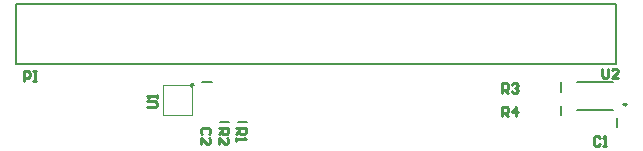
<source format=gto>
G04*
G04 #@! TF.GenerationSoftware,Altium Limited,CircuitStudio,1.5.1 (13)*
G04*
G04 Layer_Color=15065295*
%FSLAX25Y25*%
%MOIN*%
G70*
G01*
G75*
%ADD16C,0.01000*%
%ADD21C,0.00787*%
%ADD22C,0.00394*%
%ADD23C,0.00500*%
D16*
X598819Y323425D02*
G03*
X598813Y323360I-394J0D01*
G01*
X734382Y305773D02*
X733858Y306298D01*
X732808D01*
X732283Y305773D01*
Y303674D01*
X732808Y303150D01*
X733858D01*
X734382Y303674D01*
X735432Y303150D02*
X736482D01*
X735957D01*
Y306298D01*
X735432Y305773D01*
X604002Y306956D02*
X604527Y307481D01*
Y308530D01*
X604002Y309055D01*
X601903D01*
X601378Y308530D01*
Y307481D01*
X601903Y306956D01*
X601378Y303807D02*
Y305907D01*
X603477Y303807D01*
X604002D01*
X604527Y304332D01*
Y305382D01*
X604002Y305907D01*
X542323Y324803D02*
Y327952D01*
X543897D01*
X544422Y327427D01*
Y326377D01*
X543897Y325853D01*
X542323D01*
X545471Y327952D02*
X546521D01*
X545996D01*
Y324803D01*
X545471D01*
X546521D01*
X613189Y309055D02*
X616338D01*
Y307481D01*
X615813Y306956D01*
X614763D01*
X614239Y307481D01*
Y309055D01*
Y308006D02*
X613189Y306956D01*
Y305907D02*
Y304857D01*
Y305382D01*
X616338D01*
X615813Y305907D01*
X607283Y309055D02*
X610432D01*
Y307481D01*
X609907Y306956D01*
X608858D01*
X608333Y307481D01*
Y309055D01*
Y308006D02*
X607283Y306956D01*
Y303807D02*
Y305907D01*
X609382Y303807D01*
X609907D01*
X610432Y304332D01*
Y305382D01*
X609907Y305907D01*
X701772Y320866D02*
Y324015D01*
X703346D01*
X703871Y323490D01*
Y322441D01*
X703346Y321916D01*
X701772D01*
X702821D02*
X703871Y320866D01*
X704920Y323490D02*
X705445Y324015D01*
X706495D01*
X707019Y323490D01*
Y322965D01*
X706495Y322441D01*
X705970D01*
X706495D01*
X707019Y321916D01*
Y321391D01*
X706495Y320866D01*
X705445D01*
X704920Y321391D01*
X701772Y312992D02*
Y316141D01*
X703346D01*
X703871Y315616D01*
Y314566D01*
X703346Y314042D01*
X701772D01*
X702821D02*
X703871Y312992D01*
X706495D02*
Y316141D01*
X704920Y314566D01*
X707019D01*
X583466Y315945D02*
X586089D01*
X586614Y316470D01*
Y317519D01*
X586089Y318044D01*
X583466D01*
X586614Y319093D02*
Y320143D01*
Y319618D01*
X583466D01*
X583990Y319093D01*
X735138Y328936D02*
Y326312D01*
X735663Y325787D01*
X736712D01*
X737237Y326312D01*
Y328936D01*
X740385Y325787D02*
X738286D01*
X740385Y327887D01*
Y328411D01*
X739861Y328936D01*
X738811D01*
X738286Y328411D01*
D21*
X743347Y316929D02*
G03*
X743347Y316929I-394J0D01*
G01*
X742854D02*
G03*
X742854Y316929I-394J0D01*
G01*
X739961Y309449D02*
Y312598D01*
X721260Y313386D02*
Y316535D01*
Y321260D02*
Y324410D01*
X613583Y311221D02*
X616732D01*
X607677D02*
X610827D01*
X601772Y324606D02*
X604921D01*
D22*
X598425Y313583D02*
Y323425D01*
X588583D02*
X598425D01*
X588583Y313583D02*
X598425D01*
X588583D02*
Y323425D01*
D23*
X539764Y330551D02*
Y350551D01*
Y330551D02*
X739764D01*
Y350551D01*
X539764D02*
X739764D01*
X726870Y315158D02*
X738681D01*
X726870Y324606D02*
X738681D01*
M02*

</source>
